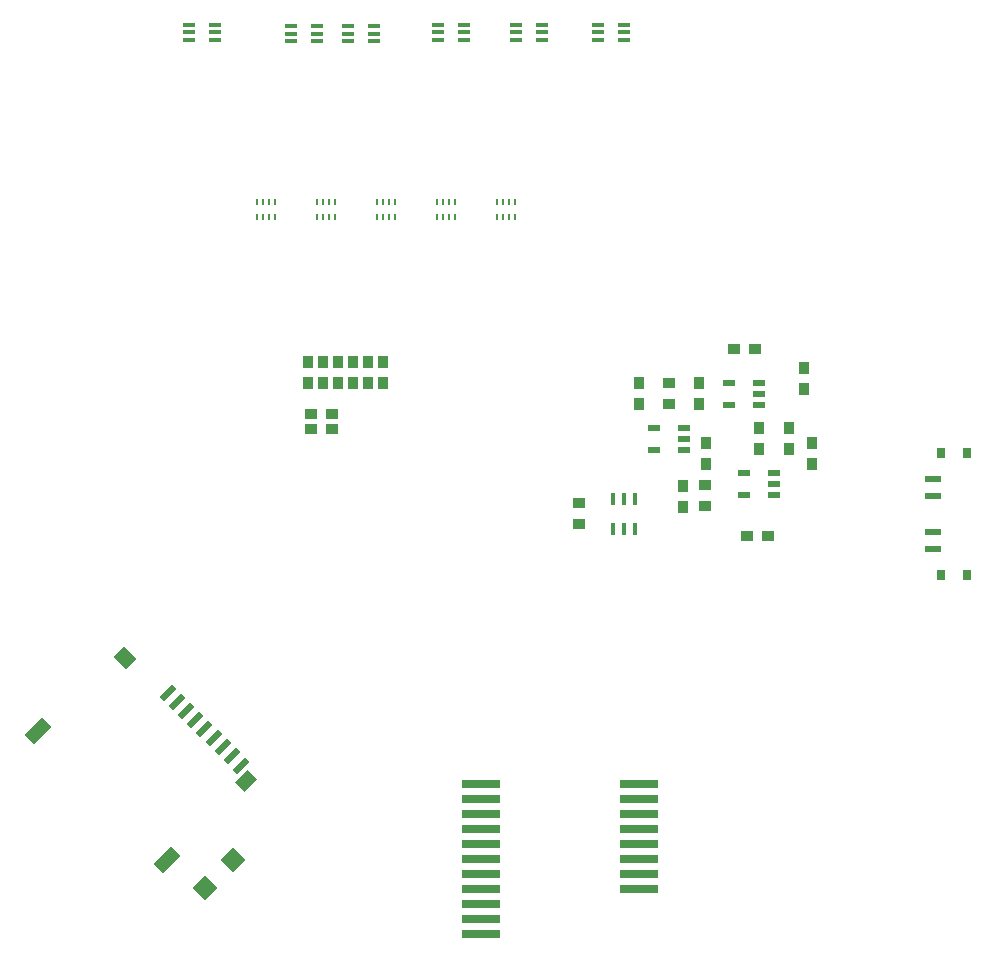
<source format=gbr>
%FSLAX35Y35*%
%MOIN*%
G04 EasyPC Gerber Version 18.0.8 Build 3632 *
%ADD146R,0.00600X0.02356*%
%ADD145R,0.01765X0.04324*%
%ADD154R,0.02800X0.03500*%
%ADD108R,0.03537X0.03891*%
%ADD119R,0.04200X0.01400*%
%ADD144R,0.04324X0.01962*%
%ADD153R,0.05500X0.02400*%
%ADD147R,0.12800X0.02800*%
%ADD110R,0.03891X0.03537*%
%ADD111R,0.03930X0.03540*%
%AMT150*0 Rectangle Pad at angle 45*21,1,0.05100,0.05900,0,0,45*%
%ADD150T150*%
%AMT152*0 Rectangle Pad at angle 45*21,1,0.05900,0.05900,0,0,45*%
%ADD152T152*%
%AMT148*0 Rectangle Pad at angle 135*21,1,0.02300,0.05900,0,0,135*%
%ADD148T148*%
%AMT151*0 Rectangle Pad at angle 135*21,1,0.04300,0.05900,0,0,135*%
%ADD151T151*%
%AMT149*0 Rectangle Pad at angle 135*21,1,0.04300,0.08300,0,0,135*%
%ADD149T149*%
X0Y0D02*
D02*
D108*
X175441Y231291D03*
Y238291D03*
X180441Y231291D03*
Y238291D03*
X185441Y231291D03*
Y238291D03*
X190441Y231291D03*
Y238291D03*
X195441Y231291D03*
Y238291D03*
X200441Y231291D03*
Y238291D03*
X285741Y223991D03*
Y230991D03*
X300538Y189952D03*
Y196952D03*
X305741Y223991D03*
Y230991D03*
X308151Y203991D03*
Y210991D03*
X325741Y208991D03*
Y215991D03*
X335741Y208991D03*
Y215991D03*
X340741Y228991D03*
Y235991D03*
X343241Y203991D03*
Y210991D03*
D02*
D110*
X176478Y215909D03*
Y220909D03*
X183478Y215909D03*
Y220909D03*
X317241Y242491D03*
X321741Y179991D03*
X324241Y242491D03*
X328741Y179991D03*
D02*
D111*
X265741Y183991D03*
Y190991D03*
X295741Y223991D03*
Y230991D03*
X307741Y189991D03*
Y196991D03*
D02*
D119*
X135641Y345491D03*
Y347991D03*
Y350491D03*
X144241Y345491D03*
Y348050D03*
Y350609D03*
X169641Y344991D03*
Y347491D03*
Y349991D03*
X178241Y344991D03*
Y347550D03*
Y350109D03*
X188641Y344991D03*
Y347491D03*
Y349991D03*
X197241Y344991D03*
Y347550D03*
Y350109D03*
X218641Y345491D03*
Y347991D03*
Y350491D03*
X227241Y345491D03*
Y348050D03*
Y350609D03*
X244641Y345491D03*
Y347991D03*
Y350491D03*
X253241Y345491D03*
Y348050D03*
Y350609D03*
X272141Y345491D03*
Y347991D03*
Y350491D03*
X280741Y345491D03*
Y348050D03*
Y350609D03*
D02*
D144*
X290600Y208751D03*
Y216231D03*
X300883Y208751D03*
Y212491D03*
Y216231D03*
X315600Y223751D03*
Y231231D03*
X320600Y193751D03*
Y201231D03*
X325883Y223751D03*
Y227491D03*
Y231231D03*
X330883Y193751D03*
Y197491D03*
Y201231D03*
D02*
D145*
X277001Y182373D03*
Y192609D03*
X280741Y182373D03*
Y192609D03*
X284481Y182373D03*
Y192609D03*
D02*
D146*
X158336Y286491D03*
Y291609D03*
X160304Y286491D03*
Y291609D03*
X162273Y286491D03*
Y291609D03*
X164241Y286491D03*
Y291609D03*
X178336Y286491D03*
Y291609D03*
X180304Y286491D03*
Y291609D03*
X182273Y286491D03*
Y291609D03*
X184241Y286491D03*
Y291609D03*
X198336Y286491D03*
Y291609D03*
X200304Y286491D03*
Y291609D03*
X202273Y286491D03*
Y291609D03*
X204241Y286491D03*
Y291609D03*
X218336Y286491D03*
Y291609D03*
X220304Y286491D03*
Y291609D03*
X222273Y286491D03*
Y291609D03*
X224241Y286491D03*
Y291609D03*
X238336Y286491D03*
Y291609D03*
X240304Y286491D03*
Y291609D03*
X242273Y286491D03*
Y291609D03*
X244241Y286491D03*
Y291609D03*
D02*
D147*
X232941Y47491D03*
Y52491D03*
Y57491D03*
Y62491D03*
Y67491D03*
Y72491D03*
Y77491D03*
Y82491D03*
Y87491D03*
Y92491D03*
Y97491D03*
X285741Y62491D03*
Y67491D03*
Y72491D03*
Y77491D03*
Y82491D03*
Y87491D03*
Y92491D03*
Y97491D03*
D02*
D148*
X128722Y127917D03*
X131763Y124877D03*
X134804Y121836D03*
X137844Y118796D03*
X140885Y115755D03*
X143925Y112715D03*
X146966Y109674D03*
X150006Y106633D03*
X153047Y103593D03*
D02*
D149*
X85306Y115189D03*
X128439Y72056D03*
D02*
D150*
X114509Y139443D03*
D02*
D151*
X154885Y98502D03*
D02*
D152*
X141004Y62754D03*
X150479Y72229D03*
D02*
D153*
X383841Y175691D03*
Y181591D03*
Y193391D03*
Y199291D03*
D02*
D154*
X386541Y167191D03*
Y207791D03*
X394941Y167191D03*
Y207791D03*
X0Y0D02*
M02*

</source>
